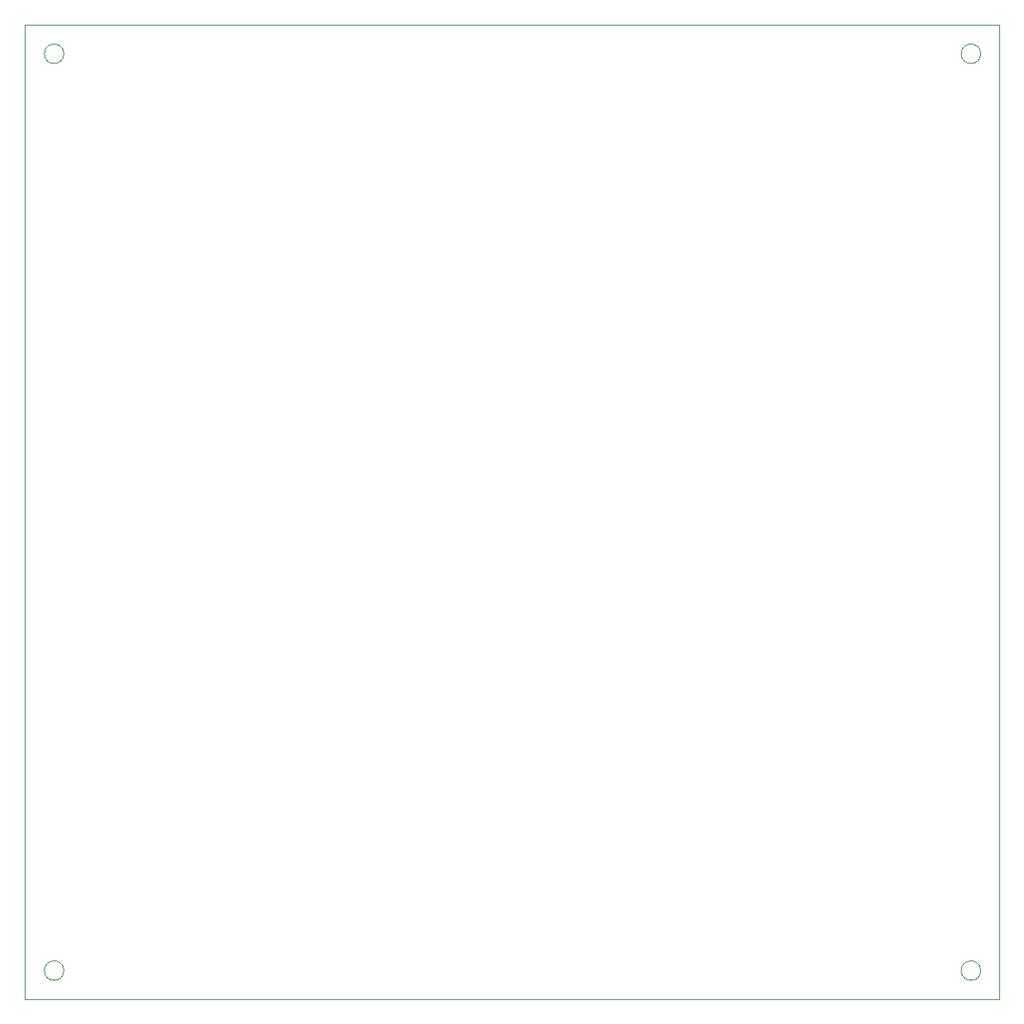
<source format=gbr>
%TF.GenerationSoftware,KiCad,Pcbnew,(5.0.0)*%
%TF.CreationDate,2020-03-24T12:13:02+01:00*%
%TF.ProjectId,Schaltplan_Modul3,536368616C74706C616E5F4D6F64756C,rev?*%
%TF.SameCoordinates,Original*%
%TF.FileFunction,Profile,NP*%
%FSLAX46Y46*%
G04 Gerber Fmt 4.6, Leading zero omitted, Abs format (unit mm)*
G04 Created by KiCad (PCBNEW (5.0.0)) date 03/24/20 12:13:02*
%MOMM*%
%LPD*%
G01*
G04 APERTURE LIST*
%ADD10C,0.100000*%
G04 APERTURE END LIST*
D10*
X94856000Y-142720000D02*
G75*
G03X94856000Y-142720000I-1000000J0D01*
G01*
X188932000Y-142720000D02*
G75*
G03X188932000Y-142720000I-1000000J0D01*
G01*
X188932000Y-48644000D02*
G75*
G03X188932000Y-48644000I-1000000J0D01*
G01*
X94856000Y-48644000D02*
G75*
G03X94856000Y-48644000I-1000000J0D01*
G01*
X190856000Y-45644000D02*
X190856000Y-145644000D01*
X90856000Y-45644000D02*
X90856000Y-145644000D01*
X90856000Y-145644000D02*
X190856000Y-145644000D01*
X90856000Y-45644000D02*
X190856000Y-45644000D01*
M02*

</source>
